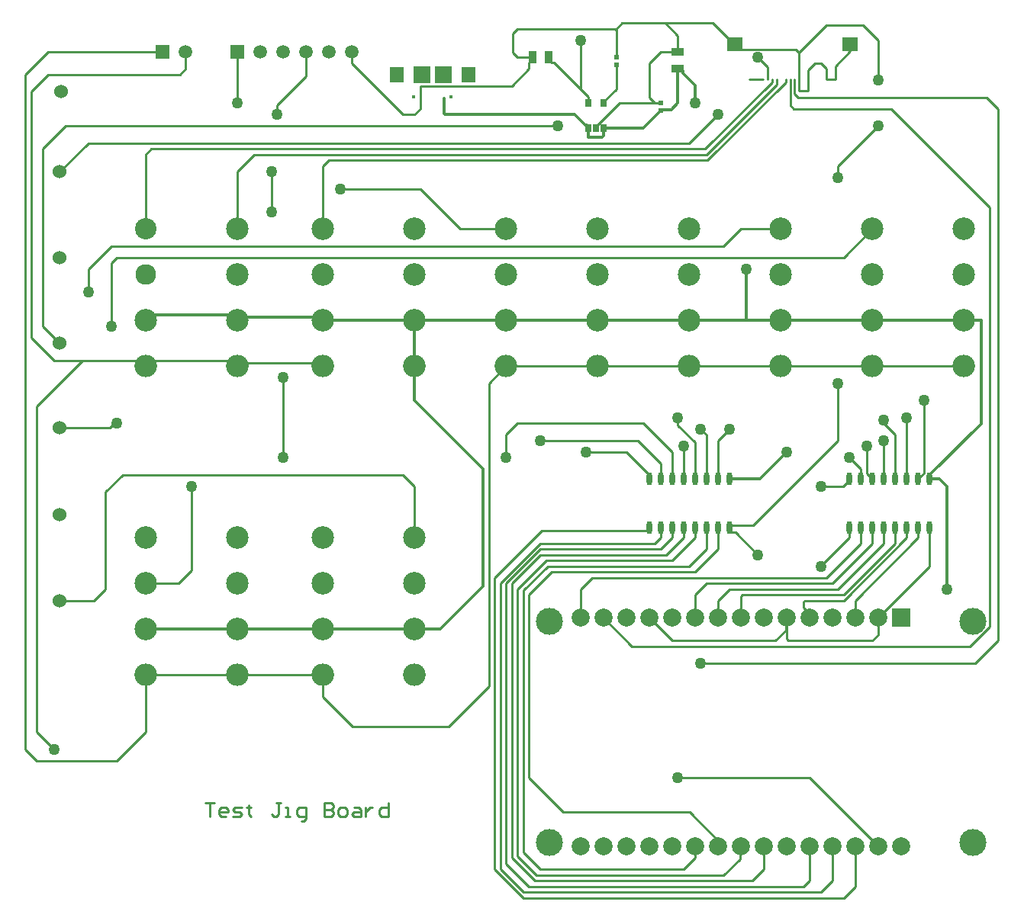
<source format=gtl>
G04*
G04 #@! TF.GenerationSoftware,Altium Limited,Altium Designer,20.0.2 (26)*
G04*
G04 Layer_Physical_Order=1*
G04 Layer_Color=255*
%FSLAX25Y25*%
%MOIN*%
G70*
G01*
G75*
%ADD15C,0.01000*%
%ADD16R,0.06693X0.05906*%
%ADD17R,0.00384X0.04331*%
%ADD18R,0.00484X0.04331*%
%ADD19R,0.02559X0.03740*%
%ADD20O,0.02362X0.05709*%
%ADD21R,0.01860X0.01843*%
%ADD22R,0.03740X0.05512*%
%ADD23R,0.02047X0.02047*%
%ADD24R,0.00375X0.05315*%
%ADD25R,0.06287X0.06580*%
%ADD26R,0.07480X0.07480*%
%ADD27R,0.05512X0.03740*%
%ADD39C,0.09843*%
%ADD50C,0.01200*%
%ADD51C,0.06000*%
%ADD52O,0.09843X0.09843*%
%ADD53C,0.09042*%
%ADD54C,0.09343*%
%ADD55R,0.05906X0.05906*%
%ADD56C,0.05906*%
%ADD57C,0.11811*%
%ADD58C,0.07874*%
%ADD59R,0.07874X0.07874*%
%ADD60C,0.01656*%
%ADD61C,0.09843*%
%ADD62C,0.05000*%
D15*
X882736Y675492D02*
X884705D01*
X880768D02*
X882736D01*
X878799D02*
X880768D01*
X905000Y370000D02*
X935000Y340000D01*
X847500Y370000D02*
X905000D01*
X857500Y420000D02*
X977500D01*
X845000Y430000D02*
X890000D01*
X835000Y440000D02*
X845000Y430000D01*
X894563Y439563D02*
X895000Y440000D01*
X894563Y434563D02*
Y439563D01*
X890000Y430000D02*
X894563Y434563D01*
X895000Y430586D02*
Y440000D01*
X815000D02*
X827500Y427500D01*
X975000D01*
X898032Y662500D02*
X940676D01*
X983623Y619553D01*
Y436123D02*
Y619553D01*
X975000Y427500D02*
X983623Y436123D01*
X872662Y477338D02*
X882500Y467500D01*
X870000Y477967D02*
Y479272D01*
Y477967D02*
X870629Y477338D01*
X872662D01*
X895586Y430000D02*
X932500D01*
X895000Y430586D02*
X895586Y430000D01*
X935000Y432500D02*
Y440000D01*
X932500Y430000D02*
X935000Y432500D01*
X910000Y462721D02*
X922500Y475221D01*
X910000Y462500D02*
Y462721D01*
X922500Y475221D02*
Y479272D01*
X937500Y500728D02*
Y517500D01*
X930000Y503228D02*
Y515000D01*
Y503228D02*
X932500Y500728D01*
X927500D02*
Y505000D01*
X922500Y510000D02*
X927500Y505000D01*
X919816Y497500D02*
X922500Y500184D01*
X910000Y497500D02*
X919816D01*
X922500Y500184D02*
Y500728D01*
X832500Y525000D02*
X845000Y512500D01*
X777500Y525000D02*
X832500D01*
X772500Y520000D02*
X777500Y525000D01*
X847500Y524243D02*
Y527500D01*
Y524243D02*
X855000Y516743D01*
X860000Y500728D02*
Y520000D01*
X857500Y522500D02*
X860000Y520000D01*
X855000Y500728D02*
Y516743D01*
X850000Y500728D02*
Y515000D01*
X772500Y510000D02*
Y520000D01*
X937500Y525000D02*
Y526250D01*
Y525000D02*
X942500Y520000D01*
Y500728D02*
Y520000D01*
X880445Y480445D02*
X917500Y517500D01*
Y542500D01*
Y637500D02*
X935000Y655000D01*
X917500Y632500D02*
Y637500D01*
X947500Y500728D02*
Y527500D01*
X955000Y503228D02*
Y535000D01*
X952500Y500728D02*
X955000Y503228D01*
X865000Y517500D02*
X870000Y522500D01*
X865000Y500728D02*
Y517500D01*
X735000Y662500D02*
Y672500D01*
X775000D02*
X782488Y679988D01*
X735000Y672500D02*
X775000D01*
X782488Y679988D02*
Y682744D01*
X783858Y684114D02*
Y685000D01*
X782488Y682744D02*
X783858Y684114D01*
X705000Y682500D02*
Y687500D01*
Y682500D02*
X727500Y660000D01*
X732500D02*
X735000Y662500D01*
X727500Y660000D02*
X732500D01*
X675000Y510000D02*
Y545000D01*
X670000Y617500D02*
Y635000D01*
X672500Y660000D02*
Y664243D01*
X685000Y676743D01*
Y687500D01*
X655000Y665000D02*
Y687500D01*
X700000Y627500D02*
X735000D01*
X752500Y610000D01*
X590000Y582500D02*
Y592500D01*
X577500Y523000D02*
X599418D01*
X601418Y525000D01*
X602500D01*
X600000Y567500D02*
Y595000D01*
X602500Y597500D01*
X867500Y602500D02*
X875000Y610000D01*
X600000Y602500D02*
X867500D01*
X590000Y592500D02*
X600000Y602500D01*
X602500Y597500D02*
X920000D01*
X932500Y610000D01*
X875000D02*
X892500D01*
X935000Y675000D02*
Y692500D01*
X928406Y699094D02*
X935000Y692500D01*
X912500Y699094D02*
X928406D01*
X900453Y687047D02*
X912500Y699094D01*
X870000Y479272D02*
Y479816D01*
X870629Y480445D01*
X880445D01*
X957500Y462500D02*
Y479272D01*
X935000Y440000D02*
X957500Y462500D01*
X952500Y475000D02*
Y479272D01*
X925000Y447500D02*
X952500Y475000D01*
X925000Y440000D02*
Y447500D01*
X903086D02*
X920000D01*
X905000Y440000D02*
Y441860D01*
X902500Y444360D02*
X905000Y441860D01*
X902500Y444360D02*
Y446914D01*
X903086Y447500D01*
X920000D02*
X947500Y475000D01*
Y479272D01*
X875000Y449414D02*
X875586Y450000D01*
X875000Y440000D02*
Y449414D01*
X875586Y450000D02*
X920000D01*
X942500Y472500D02*
Y479272D01*
X920000Y450000D02*
X942500Y472500D01*
X917500Y452500D02*
X937500Y472500D01*
X870000Y452500D02*
X917500D01*
X865000Y447500D02*
X870000Y452500D01*
X915000Y455000D02*
X932500Y472500D01*
X860000Y455000D02*
X915000D01*
X855000Y450000D02*
X860000Y455000D01*
X932500Y472500D02*
Y479272D01*
X927500Y472500D02*
Y479272D01*
X912500Y457500D02*
X927500Y472500D01*
X810000Y457500D02*
X912500D01*
X805000Y452500D02*
X810000Y457500D01*
X865000Y440000D02*
Y447500D01*
X937500Y472500D02*
Y479272D01*
X855000Y440000D02*
Y450000D01*
X805000Y440000D02*
Y452500D01*
X865000Y340000D02*
Y342500D01*
X852567Y354933D02*
X865000Y342500D01*
X797500Y354933D02*
X852567D01*
X782500Y369933D02*
X797500Y354933D01*
X782500Y369933D02*
Y450000D01*
X792500Y460000D01*
X855000D01*
X865000Y470000D02*
Y479272D01*
X855000Y460000D02*
X865000Y470000D01*
X790586Y462500D02*
X852500D01*
X780000Y451914D02*
X790586Y462500D01*
X855000Y335000D02*
Y340000D01*
X850000Y330000D02*
X855000Y335000D01*
X787500Y330000D02*
X850000D01*
X780000Y337500D02*
X787500Y330000D01*
X780000Y337500D02*
Y451914D01*
X860000Y470000D02*
Y479272D01*
X852500Y462500D02*
X860000Y470000D01*
X777500Y335586D02*
Y452500D01*
X885000Y330000D02*
Y340000D01*
X880000Y325000D02*
X885000Y330000D01*
X785000Y325000D02*
X880000D01*
X867500Y327500D02*
X874563Y334563D01*
X785586Y327500D02*
X867500D01*
X874563Y334563D02*
Y339563D01*
X875000Y340000D01*
X777500Y335586D02*
X785586Y327500D01*
X777500Y452500D02*
X790000Y465000D01*
X845000D01*
X855000Y475000D02*
Y479272D01*
X845000Y465000D02*
X855000Y475000D01*
X775000Y335000D02*
X785000Y325000D01*
X775000Y335000D02*
Y455000D01*
X787500Y467500D01*
X842500D01*
X850000Y475000D01*
Y479272D01*
X782500Y322500D02*
X902500D01*
X772500Y332500D02*
X782500Y322500D01*
X772500Y332500D02*
Y455000D01*
X780000Y320000D02*
X910000D01*
X770000Y330000D02*
X780000Y320000D01*
X770000Y330000D02*
Y455000D01*
X780000Y317500D02*
X920000D01*
X767500Y330000D02*
X780000Y317500D01*
X767500Y330000D02*
Y457500D01*
X905000Y325000D02*
Y340000D01*
X902500Y322500D02*
X905000Y325000D01*
X787500Y470000D02*
X840000D01*
X772500Y455000D02*
X787500Y470000D01*
X845000Y475000D02*
Y479272D01*
X840000Y470000D02*
X845000Y475000D01*
X915000Y325000D02*
Y340000D01*
X910000Y320000D02*
X915000Y325000D01*
X770000Y455000D02*
X787500Y472500D01*
X837500D01*
X840000Y475000D01*
Y479272D01*
X767500Y457500D02*
X788098Y478098D01*
X765000Y542500D02*
X772500Y550000D01*
X765000Y410000D02*
Y542500D01*
X747500Y392500D02*
X765000Y410000D01*
X925000Y322500D02*
Y340000D01*
X920000Y317500D02*
X925000Y322500D01*
X835000Y478728D02*
Y479272D01*
X834371Y478098D02*
X835000Y478728D01*
X788098Y478098D02*
X834371D01*
X896516Y664016D02*
X898032Y662500D01*
X896516Y664016D02*
Y675492D01*
X987500Y430000D02*
Y662500D01*
X977500Y420000D02*
X987500Y430000D01*
X900000Y667500D02*
X982500D01*
X987500Y662500D01*
X898484Y669016D02*
Y675492D01*
Y669016D02*
X900000Y667500D01*
X565000Y670000D02*
X572500Y677500D01*
X565000Y562500D02*
Y670000D01*
Y562500D02*
X575000Y552500D01*
X570000Y567500D02*
Y645000D01*
Y567500D02*
X577500Y560000D01*
X580000Y655000D02*
X795000D01*
X570000Y645000D02*
X580000Y655000D01*
X752500Y610000D02*
X772500D01*
X852500Y647500D02*
X865000Y660000D01*
X590000Y647500D02*
X852500D01*
X577500Y635000D02*
X590000Y647500D01*
X859507Y645000D02*
X888642Y674135D01*
X617500Y645000D02*
X859507D01*
X615000Y642500D02*
X617500Y645000D01*
X860000Y642500D02*
X890610Y673110D01*
X662500Y642500D02*
X860000D01*
X655000Y635000D02*
X662500Y642500D01*
X860462Y640000D02*
X894547Y674085D01*
X695000Y640000D02*
X860462D01*
X692500Y637500D02*
X695000Y640000D01*
X837500Y665000D02*
X840000D01*
X821890D02*
X837500D01*
X811654Y654764D02*
X821890Y665000D01*
X811654Y654173D02*
Y654764D01*
X820650Y671240D02*
Y681850D01*
X815000Y665590D02*
X820650Y671240D01*
X815000Y665000D02*
Y665590D01*
X882500Y685000D02*
X886673Y680827D01*
Y675492D02*
Y680827D01*
X793398Y682744D02*
X805000Y671142D01*
Y692500D01*
Y671142D02*
X808307Y667835D01*
Y665000D02*
Y667835D01*
X792512Y682744D02*
X793398D01*
X791142Y684114D02*
X792512Y682744D01*
X791142Y684114D02*
Y685000D01*
X825000Y512500D02*
X835000Y502500D01*
X807500Y512500D02*
X825000D01*
X830000Y517500D02*
X840000Y507500D01*
X787500Y517500D02*
X830000D01*
X845000Y500728D02*
Y512500D01*
X840000Y500728D02*
Y507500D01*
X835000Y500728D02*
Y502500D01*
X635000Y460586D02*
Y497500D01*
X629414Y455000D02*
X635000Y460586D01*
X615000Y455000D02*
X629414D01*
X732500Y475000D02*
Y497500D01*
X605000Y502500D02*
X727500D01*
X732500Y497500D01*
X597500Y452500D02*
Y495000D01*
X605000Y502500D01*
X577500Y447500D02*
X592500D01*
X597500Y452500D01*
X894547Y674085D02*
Y675492D01*
X692500Y610000D02*
Y637500D01*
X890610Y673110D02*
Y675492D01*
X655000Y612500D02*
Y635000D01*
X888642Y674135D02*
Y675492D01*
X615000Y612500D02*
Y642500D01*
X907500Y682500D02*
X910000D01*
X904390Y679390D02*
X907500Y682500D01*
X904390Y675492D02*
Y679390D01*
X912264Y675492D02*
Y680236D01*
X910000Y682500D02*
X912264Y680236D01*
Y675492D02*
X914232D01*
X916201D01*
X904390Y670414D02*
Y675492D01*
X900453Y670414D02*
X904390D01*
X900453D02*
Y675492D01*
X922697Y687697D02*
Y690846D01*
X916201Y681201D02*
X922697Y687697D01*
X916201Y675492D02*
Y681201D01*
X900453Y675492D02*
Y687047D01*
X872303Y690846D02*
X874756Y688394D01*
X899106D01*
X900453Y687047D01*
X841914Y700000D02*
X847500Y694414D01*
X841914Y700000D02*
X862756D01*
X823086D02*
X841914D01*
X820650Y696850D02*
Y697564D01*
Y685000D02*
Y696850D01*
X820000Y697500D02*
X820650Y696850D01*
X777500Y697500D02*
X820000D01*
X820650Y697564D02*
X823086Y700000D01*
X871910Y690846D02*
X872303D01*
X862756Y700000D02*
X871910Y690846D01*
X835000Y667500D02*
X837500Y665000D01*
X835000Y667500D02*
Y682500D01*
X840000Y687500D01*
X847500D01*
X840000Y665000D02*
X840009D01*
X847500Y687500D02*
Y694414D01*
X777500Y685000D02*
X783858D01*
X775414Y687086D02*
X777500Y685000D01*
X775414Y687086D02*
Y695414D01*
X777500Y697500D01*
X630000Y677500D02*
X632500Y680000D01*
X572500Y677500D02*
X630000D01*
X632500Y680000D02*
Y687500D01*
X587500Y552500D02*
X615000D01*
X575000D02*
X587500D01*
X615000Y390000D02*
Y415000D01*
X602500Y377500D02*
X615000Y390000D01*
X567500Y377500D02*
X602500D01*
X567500Y390000D02*
X575000Y382500D01*
X567500Y390000D02*
Y532500D01*
X562500Y382500D02*
Y677500D01*
Y382500D02*
X567500Y377500D01*
X562500Y677500D02*
X572500Y687500D01*
X622500D01*
X567500Y532500D02*
X587500Y552500D01*
X615000Y415000D02*
X655000D01*
X692500D01*
Y405500D02*
Y415000D01*
X705500Y392500D02*
X747500D01*
X692500Y405500D02*
X705500Y392500D01*
X932500Y550000D02*
X972500D01*
X892500D02*
X932500D01*
X852500D02*
X892500D01*
X812500D02*
X852500D01*
X772500D02*
X812500D01*
X655000Y552500D02*
X656250Y551250D01*
X691250D01*
X692500Y550000D01*
X615000Y552500D02*
X655000D01*
X641000Y358997D02*
X644999D01*
X642999D01*
Y352999D01*
X649997D02*
X647998D01*
X646998Y353999D01*
Y355998D01*
X647998Y356998D01*
X649997D01*
X650997Y355998D01*
Y354999D01*
X646998D01*
X652996Y352999D02*
X655995D01*
X656995Y353999D01*
X655995Y354999D01*
X653996D01*
X652996Y355998D01*
X653996Y356998D01*
X656995D01*
X659994Y357998D02*
Y356998D01*
X658994D01*
X660993D01*
X659994D01*
Y353999D01*
X660993Y352999D01*
X673989Y358997D02*
X671990D01*
X672990D01*
Y353999D01*
X671990Y352999D01*
X670990D01*
X669991Y353999D01*
X675989Y352999D02*
X677988D01*
X676988D01*
Y356998D01*
X675989D01*
X682986Y351000D02*
X683986D01*
X684986Y352000D01*
Y356998D01*
X681987D01*
X680987Y355998D01*
Y353999D01*
X681987Y352999D01*
X684986D01*
X692983Y358997D02*
Y352999D01*
X695982D01*
X696982Y353999D01*
Y354999D01*
X695982Y355998D01*
X692983D01*
X695982D01*
X696982Y356998D01*
Y357998D01*
X695982Y358997D01*
X692983D01*
X699981Y352999D02*
X701980D01*
X702980Y353999D01*
Y355998D01*
X701980Y356998D01*
X699981D01*
X698981Y355998D01*
Y353999D01*
X699981Y352999D01*
X705979Y356998D02*
X707978D01*
X708978Y355998D01*
Y352999D01*
X705979D01*
X704979Y353999D01*
X705979Y354999D01*
X708978D01*
X710977Y356998D02*
Y352999D01*
Y354999D01*
X711977Y355998D01*
X712977Y356998D01*
X713976D01*
X720974Y358997D02*
Y352999D01*
X717975D01*
X716975Y353999D01*
Y355998D01*
X717975Y356998D01*
X720974D01*
D16*
X872303Y690846D02*
D03*
X922697D02*
D03*
D17*
X878799Y675492D02*
D03*
X880768D02*
D03*
X882736D02*
D03*
X884705D02*
D03*
X886673D02*
D03*
X888642D02*
D03*
X900453D02*
D03*
X902421D02*
D03*
X904390D02*
D03*
X906358D02*
D03*
X908327D02*
D03*
X910295D02*
D03*
X912264D02*
D03*
X914232D02*
D03*
X916201D02*
D03*
D18*
X890610D02*
D03*
X892579D02*
D03*
X894547D02*
D03*
X896516D02*
D03*
X898484D02*
D03*
D19*
X808307Y665000D02*
D03*
X815000D02*
D03*
Y654173D02*
D03*
X811654D02*
D03*
X808307D02*
D03*
D20*
X922500Y479272D02*
D03*
X927500D02*
D03*
X932500D02*
D03*
X937500D02*
D03*
X942500D02*
D03*
X947500D02*
D03*
X952500D02*
D03*
X957500D02*
D03*
X922500Y500728D02*
D03*
X927500D02*
D03*
X932500D02*
D03*
X937500D02*
D03*
X942500D02*
D03*
X947500D02*
D03*
X952500D02*
D03*
X957500D02*
D03*
X835000Y479272D02*
D03*
X840000D02*
D03*
X845000D02*
D03*
X850000D02*
D03*
X855000D02*
D03*
X860000D02*
D03*
X865000D02*
D03*
X870000D02*
D03*
X835000Y500728D02*
D03*
X840000D02*
D03*
X845000D02*
D03*
X850000D02*
D03*
X855000D02*
D03*
X860000D02*
D03*
X865000D02*
D03*
X870000D02*
D03*
D21*
X840000Y665000D02*
D03*
Y661834D02*
D03*
D22*
X791142Y685000D02*
D03*
X783858D02*
D03*
D23*
X820650D02*
D03*
Y681850D02*
D03*
D24*
X737717Y666969D02*
D03*
X740276D02*
D03*
X742835D02*
D03*
X735158D02*
D03*
X745394D02*
D03*
D25*
X724528Y677500D02*
D03*
X756024D02*
D03*
D26*
X735551D02*
D03*
X745000D02*
D03*
D27*
X847500Y680216D02*
D03*
Y687500D02*
D03*
D39*
X615000Y570000D02*
D03*
X692500D02*
D03*
Y590000D02*
D03*
Y610000D02*
D03*
X972500Y570000D02*
D03*
Y590000D02*
D03*
Y610000D02*
D03*
X932500Y570000D02*
D03*
Y590000D02*
D03*
Y610000D02*
D03*
X892500Y570000D02*
D03*
Y590000D02*
D03*
Y610000D02*
D03*
X852500Y570000D02*
D03*
Y590000D02*
D03*
Y610000D02*
D03*
X812500Y570000D02*
D03*
Y590000D02*
D03*
Y610000D02*
D03*
X772500Y570000D02*
D03*
Y590000D02*
D03*
Y610000D02*
D03*
X615000Y435000D02*
D03*
Y455000D02*
D03*
Y475000D02*
D03*
X655000Y435000D02*
D03*
Y455000D02*
D03*
Y475000D02*
D03*
X692500Y435000D02*
D03*
Y455000D02*
D03*
Y475000D02*
D03*
X732500Y570000D02*
D03*
Y435000D02*
D03*
Y455000D02*
D03*
Y475000D02*
D03*
X655000Y570000D02*
D03*
Y590000D02*
D03*
Y610000D02*
D03*
D50*
X957500Y500728D02*
X961692D01*
X965000Y497420D01*
Y452500D02*
Y497420D01*
X615000Y572500D02*
X655000D01*
X656250Y571250D01*
X870000Y500728D02*
X883228D01*
X895000Y512500D01*
X877500Y570000D02*
X892500D01*
X852500D02*
X877500D01*
Y592500D01*
X957500Y502402D02*
X980000Y524902D01*
X972500Y570000D02*
X980000D01*
Y524902D02*
Y570000D01*
X957500Y500728D02*
Y502402D01*
X855000Y665000D02*
Y672716D01*
X847500Y680216D02*
X848386D01*
X849656Y678946D01*
Y678060D02*
Y678946D01*
Y678060D02*
X855000Y672716D01*
X808307Y650000D02*
X814297D01*
X808307D02*
Y654173D01*
X814297Y650000D02*
X815000Y650703D01*
X745394Y660309D02*
Y666969D01*
Y660309D02*
X745703Y660000D01*
X802480D01*
X808307Y654173D02*
Y654764D01*
X807627Y655443D02*
X808307Y654764D01*
X807037Y655443D02*
X807627D01*
X802480Y660000D02*
X807037Y655443D01*
X815000Y650703D02*
Y654173D01*
X847500Y665000D02*
Y680216D01*
X844655Y662155D02*
X847500Y665000D01*
X840330Y662155D02*
X844655D01*
X840000Y661834D02*
X840009D01*
X840330Y662155D01*
X815000Y654173D02*
X832331D01*
X839991Y661834D01*
X840000D01*
X692500Y570000D02*
X732500D01*
X655000Y435000D02*
X692500D01*
X615000D02*
X655000D01*
X732500D02*
X743722D01*
X692500D02*
X732500D01*
X743722D02*
X762500Y453778D01*
Y505000D01*
X732500Y535000D02*
Y550000D01*
Y535000D02*
X762500Y505000D01*
X732500Y550000D02*
Y570000D01*
X691250Y571250D02*
X692500Y570000D01*
X656250Y571250D02*
X691250D01*
X732500Y570000D02*
X772500D01*
X812500D01*
X852500D01*
X892500D02*
X932500D01*
X972500D01*
D51*
X577500Y447500D02*
D03*
X578000Y670000D02*
D03*
X577500Y635000D02*
D03*
Y597500D02*
D03*
Y560000D02*
D03*
Y523000D02*
D03*
Y485000D02*
D03*
D52*
X615000Y550000D02*
D03*
X692500D02*
D03*
X972500D02*
D03*
X932500D02*
D03*
X892500D02*
D03*
X852500D02*
D03*
X812500D02*
D03*
X772500D02*
D03*
X615000Y415000D02*
D03*
X655000D02*
D03*
X692500D02*
D03*
X732500Y550000D02*
D03*
Y415000D02*
D03*
X655000Y550000D02*
D03*
D53*
X615000Y590000D02*
D03*
D54*
Y610000D02*
D03*
D55*
X655000Y687500D02*
D03*
X622500D02*
D03*
D56*
X665000D02*
D03*
X675000D02*
D03*
X685000D02*
D03*
X695000D02*
D03*
X705000D02*
D03*
X632500D02*
D03*
D57*
X976339Y438346D02*
D03*
Y341850D02*
D03*
X791496D02*
D03*
Y438346D02*
D03*
D58*
X805000Y340000D02*
D03*
X815000D02*
D03*
X825000D02*
D03*
X835000D02*
D03*
X845000D02*
D03*
X855000D02*
D03*
X865000D02*
D03*
X875000D02*
D03*
X885000D02*
D03*
X895000D02*
D03*
X905000D02*
D03*
X915000D02*
D03*
X925000D02*
D03*
X935000D02*
D03*
X945000D02*
D03*
X805000Y440000D02*
D03*
X815000D02*
D03*
X825000D02*
D03*
X835000D02*
D03*
X845000D02*
D03*
X855000D02*
D03*
X865000D02*
D03*
X875000D02*
D03*
X885000D02*
D03*
X895000D02*
D03*
X905000D02*
D03*
X915000D02*
D03*
X925000D02*
D03*
X935000D02*
D03*
D59*
X945000D02*
D03*
D60*
X732106Y667854D02*
D03*
X748445D02*
D03*
D61*
X732500Y590000D02*
D03*
Y610000D02*
D03*
D62*
X847500Y370000D02*
D03*
X857500Y420000D02*
D03*
X965000Y452500D02*
D03*
X882500Y467500D02*
D03*
X910000Y462500D02*
D03*
X895000Y512500D02*
D03*
X937500Y517500D02*
D03*
X930000Y515000D02*
D03*
X922500Y510000D02*
D03*
X910000Y497500D02*
D03*
X847500Y527500D02*
D03*
X857500Y522500D02*
D03*
X850000Y515000D02*
D03*
X772500Y510000D02*
D03*
X877500Y592500D02*
D03*
X937500Y526250D02*
D03*
X917500Y542500D02*
D03*
Y632500D02*
D03*
X947500Y527500D02*
D03*
X955000Y535000D02*
D03*
X870000Y522500D02*
D03*
X675000Y510000D02*
D03*
X670000Y617500D02*
D03*
X675000Y545000D02*
D03*
X670000Y635000D02*
D03*
X672500Y660000D02*
D03*
X655000Y665000D02*
D03*
X700000Y627500D02*
D03*
X602500Y525000D02*
D03*
X600000Y567500D02*
D03*
X590000Y582500D02*
D03*
X855000Y665000D02*
D03*
X935000Y655000D02*
D03*
Y675000D02*
D03*
X795000Y655000D02*
D03*
X882500Y685000D02*
D03*
X805000Y692500D02*
D03*
X865000Y660000D02*
D03*
X807500Y512500D02*
D03*
X787500Y517500D02*
D03*
X635000Y497500D02*
D03*
X575000Y382500D02*
D03*
M02*

</source>
